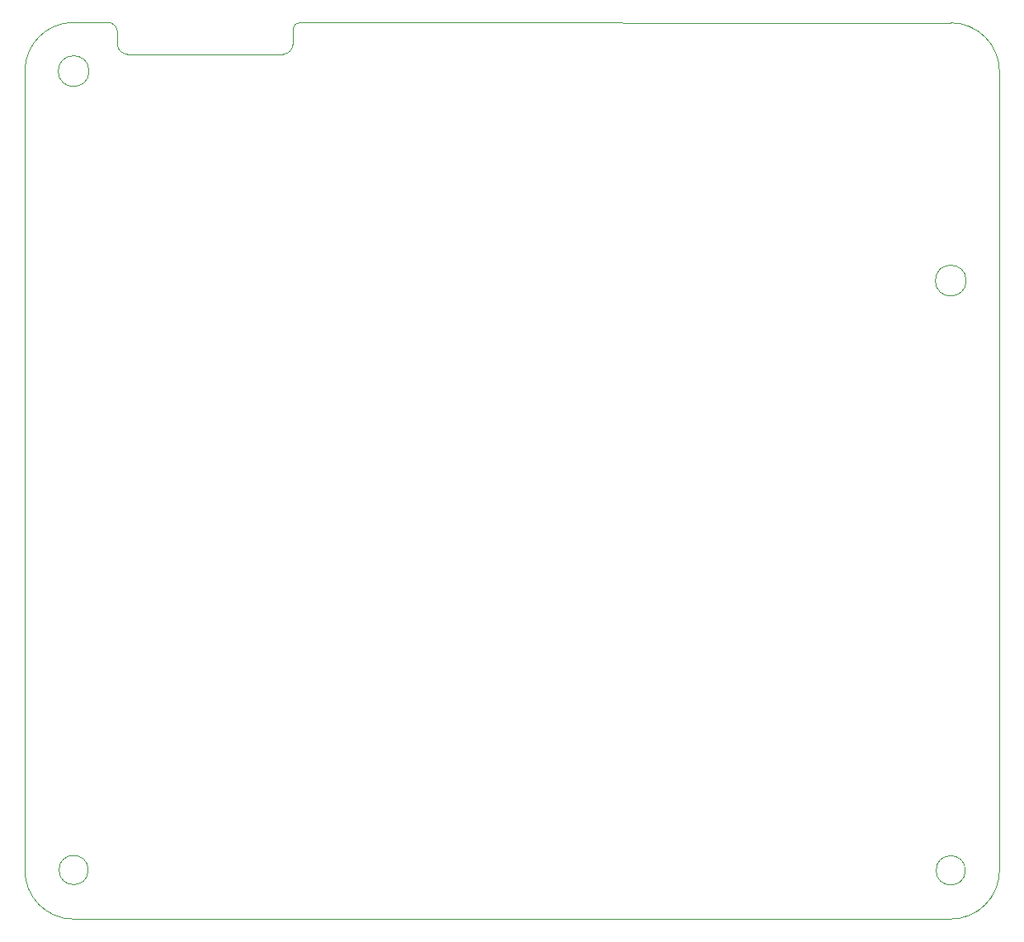
<source format=gbr>
%TF.GenerationSoftware,KiCad,Pcbnew,9.0.2*%
%TF.CreationDate,2025-07-03T21:35:02+02:00*%
%TF.ProjectId,dialpad,6469616c-7061-4642-9e6b-696361645f70,v1.0*%
%TF.SameCoordinates,Original*%
%TF.FileFunction,Profile,NP*%
%FSLAX46Y46*%
G04 Gerber Fmt 4.6, Leading zero omitted, Abs format (unit mm)*
G04 Created by KiCad (PCBNEW 9.0.2) date 2025-07-03 21:35:02*
%MOMM*%
%LPD*%
G01*
G04 APERTURE LIST*
%TA.AperFunction,Profile*%
%ADD10C,0.100000*%
%TD*%
G04 APERTURE END LIST*
D10*
X116499995Y-146000000D02*
G75*
G02*
X113499995Y-146000000I-1500000J0D01*
G01*
X113499995Y-146000000D02*
G75*
G02*
X116499995Y-146000000I1500000J0D01*
G01*
X120500000Y-62250000D02*
X136500000Y-62250000D01*
X137500000Y-61250000D02*
G75*
G02*
X136500000Y-62250000I-1000000J0D01*
G01*
X204999995Y-151035534D02*
X114999995Y-151035534D01*
X114999995Y-151035534D02*
G75*
G02*
X109999966Y-146035534I5J5000034D01*
G01*
X206581139Y-85500000D02*
G75*
G02*
X203418861Y-85500000I-1581139J0D01*
G01*
X203418861Y-85500000D02*
G75*
G02*
X206581139Y-85500000I1581139J0D01*
G01*
X206500000Y-146035534D02*
G75*
G02*
X203500000Y-146035534I-1500000J0D01*
G01*
X203500000Y-146035534D02*
G75*
G02*
X206500000Y-146035534I1500000J0D01*
G01*
X137500000Y-59750000D02*
X137500000Y-61250000D01*
X138250000Y-59000000D02*
X205000000Y-59035534D01*
X109999995Y-146035530D02*
X110000000Y-64000000D01*
X110000000Y-64000000D02*
G75*
G02*
X115000000Y-59000000I5000000J0D01*
G01*
X209999995Y-64035534D02*
X209999995Y-146035534D01*
X118500000Y-59000000D02*
G75*
G02*
X119500000Y-60000000I0J-1000000D01*
G01*
X118500000Y-59000000D02*
X115000000Y-59000000D01*
X116581125Y-63999970D02*
G75*
G02*
X113418885Y-63999970I-1581120J0D01*
G01*
X113418885Y-63999970D02*
G75*
G02*
X116581125Y-63999970I1581120J0D01*
G01*
X120500000Y-62250000D02*
G75*
G02*
X119500000Y-61250000I0J1000000D01*
G01*
X209999995Y-146035534D02*
G75*
G02*
X204999995Y-151035495I-4999995J34D01*
G01*
X119500000Y-60000000D02*
X119500000Y-61250000D01*
X205000000Y-59035534D02*
G75*
G02*
X209999966Y-64035534I0J-4999966D01*
G01*
X137500000Y-59750000D02*
G75*
G02*
X138250000Y-59000000I750000J0D01*
G01*
M02*

</source>
